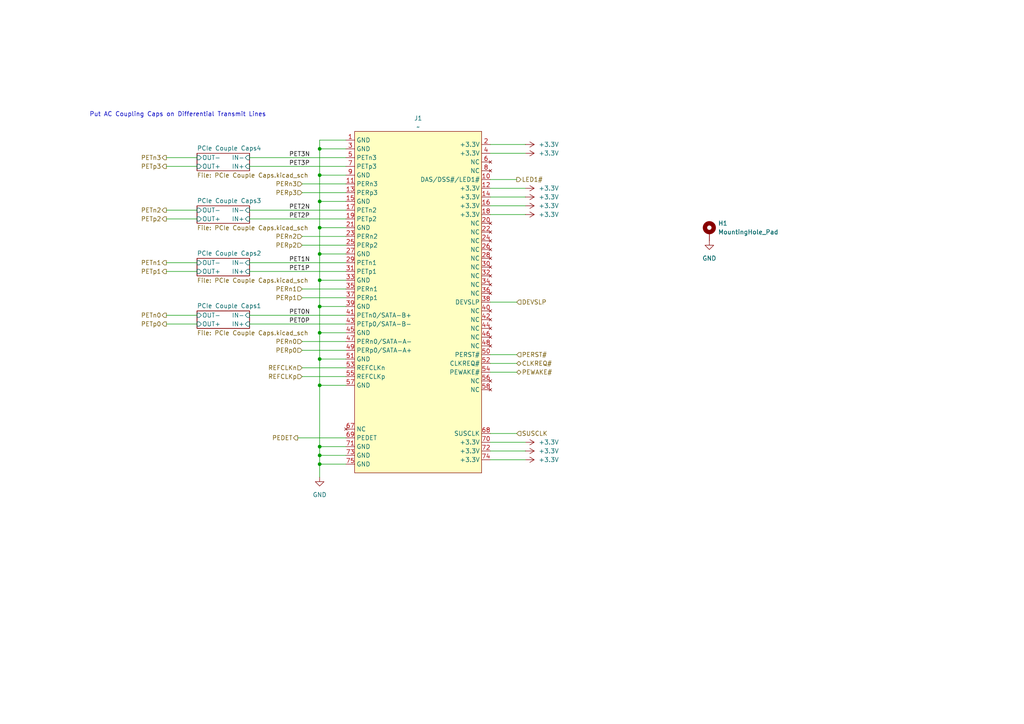
<source format=kicad_sch>
(kicad_sch (version 20250114) (generator "eeschema") (generator_version "9.0")
  (paper "A4")
  (lib_symbols
    (symbol "Mechanical:MountingHole_Pad" (pin_numbers (hide yes)) (pin_names (offset 1.016) (hide yes)) (in_bom no)
      (property "Reference" "H" (at 0 6.35 0))
      (property "Value" "MountingHole_Pad" (at 0 4.445 0))
      (symbol "MountingHole_Pad_0_1"
        (circle (center 0 1.27) (radius 1.27) (stroke (width 1.27)))
      )
      (symbol "MountingHole_Pad_1_1"
        (pin input line (at 0 -2.54 90) (length 2.54) (name "1") (number "1"))
      )
    )
    (symbol "PCIexpress:M.2_M_Key"
      (property "Reference" "J" (at 0 0 0))
      (symbol "M.2_M_Key_0_1"
        (rectangle (start -17.78 -5.08) (end 19.05 -104.14) (fill (type background)))
      )
      (symbol "M.2_M_Key_1_1"
        (pin power_in line (at -20.32 -7.62 0) (length 2.54) (name "GND") (number "1"))
        (pin power_in line (at -20.32 -10.16 0) (length 2.54) (name "GND") (number "3"))
        (pin output line (at -20.32 -12.7 0) (length 2.54) (name "PETn3") (number "5"))
        (pin output line (at -20.32 -15.24 0) (length 2.54) (name "PETp3") (number "7"))
        (pin power_in line (at -20.32 -17.78 0) (length 2.54) (name "GND") (number "9"))
        (pin input line (at -20.32 -20.32 0) (length 2.54) (name "PERn3") (number "11"))
        (pin input line (at -20.32 -22.86 0) (length 2.54) (name "PERp3") (number "13"))
        (pin power_in line (at -20.32 -25.4 0) (length 2.54) (name "GND") (number "15"))
        (pin output line (at -20.32 -27.94 0) (length 2.54) (name "PETn2") (number "17"))
        (pin output line (at -20.32 -30.48 0) (length 2.54) (name "PETp2") (number "19"))
        (pin power_in line (at -20.32 -33.02 0) (length 2.54) (name "GND") (number "21"))
        (pin input line (at -20.32 -35.56 0) (length 2.54) (name "PERn2") (number "23"))
        (pin input line (at -20.32 -38.1 0) (length 2.54) (name "PERp2") (number "25"))
        (pin power_in line (at -20.32 -40.64 0) (length 2.54) (name "GND") (number "27"))
        (pin output line (at -20.32 -43.18 0) (length 2.54) (name "PETn1") (number "29"))
        (pin output line (at -20.32 -45.72 0) (length 2.54) (name "PETp1") (number "31"))
        (pin power_in line (at -20.32 -48.26 0) (length 2.54) (name "GND") (number "33"))
        (pin input line (at -20.32 -50.8 0) (length 2.54) (name "PERn1") (number "35"))
        (pin input line (at -20.32 -53.34 0) (length 2.54) (name "PERp1") (number "37"))
        (pin power_in line (at -20.32 -55.88 0) (length 2.54) (name "GND") (number "39"))
        (pin output line (at -20.32 -58.42 0) (length 2.54) (name "PETn0/SATA-B+") (number "41"))
        (pin output line (at -20.32 -60.96 0) (length 2.54) (name "PETp0/SATA-B-") (number "43"))
        (pin power_in line (at -20.32 -63.5 0) (length 2.54) (name "GND") (number "45"))
        (pin input line (at -20.32 -66.04 0) (length 2.54) (name "PERn0/SATA-A-") (number "47"))
        (pin input line (at -20.32 -68.58 0) (length 2.54) (name "PERp0/SATA-A+") (number "49"))
        (pin power_in line (at -20.32 -71.12 0) (length 2.54) (name "GND") (number "51"))
        (pin input line (at -20.32 -73.66 0) (length 2.54) (name "REFCLKn") (number "53"))
        (pin input line (at -20.32 -76.2 0) (length 2.54) (name "REFCLKp") (number "55"))
        (pin power_in line (at -20.32 -78.74 0) (length 2.54) (name "GND") (number "57"))
        (pin no_connect line (at -20.32 -91.44 0) (length 2.54) (name "NC") (number "67"))
        (pin output line (at -20.32 -93.98 0) (length 2.54) (name "PEDET") (number "69"))
        (pin power_in line (at -20.32 -96.52 0) (length 2.54) (name "GND") (number "71"))
        (pin power_in line (at -20.32 -99.06 0) (length 2.54) (name "GND") (number "73"))
        (pin power_in line (at -20.32 -101.6 0) (length 2.54) (name "GND") (number "75"))
        (pin power_in line (at 21.59 -8.89 180) (length 2.54) (name "+3.3V") (number "2"))
        (pin power_in line (at 21.59 -11.43 180) (length 2.54) (name "+3.3V") (number "4"))
        (pin no_connect line (at 21.59 -13.97 180) (length 2.54) (name "NC") (number "6"))
        (pin no_connect line (at 21.59 -16.51 180) (length 2.54) (name "NC") (number "8"))
        (pin bidirectional line (at 21.59 -19.05 180) (length 2.54) (name "DAS/DSS#/LED1#") (number "10"))
        (pin power_in line (at 21.59 -21.59 180) (length 2.54) (name "+3.3V") (number "12"))
        (pin power_in line (at 21.59 -24.13 180) (length 2.54) (name "+3.3V") (number "14"))
        (pin power_in line (at 21.59 -26.67 180) (length 2.54) (name "+3.3V") (number "16"))
        (pin power_in line (at 21.59 -29.21 180) (length 2.54) (name "+3.3V") (number "18"))
        (pin no_connect line (at 21.59 -31.75 180) (length 2.54) (name "NC") (number "20"))
        (pin no_connect line (at 21.59 -34.29 180) (length 2.54) (name "NC") (number "22"))
        (pin no_connect line (at 21.59 -36.83 180) (length 2.54) (name "NC") (number "24"))
        (pin no_connect line (at 21.59 -39.37 180) (length 2.54) (name "NC") (number "26"))
        (pin no_connect line (at 21.59 -41.91 180) (length 2.54) (name "NC") (number "28"))
        (pin no_connect line (at 21.59 -44.45 180) (length 2.54) (name "NC") (number "30"))
        (pin no_connect line (at 21.59 -46.99 180) (length 2.54) (name "NC") (number "32"))
        (pin no_connect line (at 21.59 -49.53 180) (length 2.54) (name "NC") (number "34"))
        (pin no_connect line (at 21.59 -52.07 180) (length 2.54) (name "NC") (number "36"))
        (pin input line (at 21.59 -54.61 180) (length 2.54) (name "DEVSLP") (number "38"))
        (pin no_connect line (at 21.59 -57.15 180) (length 2.54) (name "NC") (number "40"))
        (pin no_connect line (at 21.59 -59.69 180) (length 2.54) (name "NC") (number "42"))
        (pin no_connect line (at 21.59 -62.23 180) (length 2.54) (name "NC") (number "44"))
        (pin no_connect line (at 21.59 -64.77 180) (length 2.54) (name "NC") (number "46"))
        (pin no_connect line (at 21.59 -67.31 180) (length 2.54) (name "NC") (number "48"))
        (pin input line (at 21.59 -69.85 180) (length 2.54) (name "PERST#") (number "50"))
        (pin bidirectional line (at 21.59 -72.39 180) (length 2.54) (name "CLKREQ#") (number "52"))
        (pin bidirectional line (at 21.59 -74.93 180) (length 2.54) (name "PEWAKE#") (number "54"))
        (pin no_connect line (at 21.59 -77.47 180) (length 2.54) (name "NC") (number "56"))
        (pin no_connect line (at 21.59 -80.01 180) (length 2.54) (name "NC") (number "58"))
        (pin input line (at 21.59 -92.71 180) (length 2.54) (name "SUSCLK") (number "68"))
        (pin power_in line (at 21.59 -95.25 180) (length 2.54) (name "+3.3V") (number "70"))
        (pin power_in line (at 21.59 -97.79 180) (length 2.54) (name "+3.3V") (number "72"))
        (pin power_in line (at 21.59 -100.33 180) (length 2.54) (name "+3.3V") (number "74"))
      )
    )
    (symbol "power:+3.3V" (power) (pin_numbers (hide yes)) (pin_names (offset 0) (hide yes))
      (property "Value" "+3.3V" (at 0 3.556 0))
      (symbol "+3.3V_0_1"
        (polyline (pts (xy -0.762 1.27) (xy 0 2.54)))
        (polyline (pts (xy 0 2.54) (xy 0.762 1.27)))
        (polyline (pts (xy 0 0) (xy 0 2.54)))
      )
      (symbol "+3.3V_1_1"
        (pin power_in line (at 0 0 90) (length 0) (name "~") (number "1"))
      )
    )
    (symbol "power:GND" (power) (pin_numbers (hide yes)) (pin_names (offset 0) (hide yes))
      (property "Value" "GND" (at 0 -3.81 0))
      (symbol "GND_0_1"
        (polyline (pts (xy 0 0) (xy 0 -1.27) (xy 1.27 -1.27) (xy 0 -2.54) (xy -1.27 -1.27) (xy 0 -1.27)))
      )
      (symbol "GND_1_1"
        (pin power_in line (at 0 0 270) (length 0) (name "~") (number "1"))
      )
    )
  )
  (text "Put AC Coupling Caps on Differential Transmit Lines" (at 51.562 33.274 0) (effects (font (size 1.27 1.27))))
  (junction (at 92.71 96.52))
  (junction (at 92.71 111.76))
  (junction (at 92.71 132.08))
  (junction (at 92.71 50.8))
  (junction (at 92.71 88.9))
  (junction (at 92.71 104.14))
  (junction (at 92.71 134.62))
  (junction (at 92.71 58.42))
  (junction (at 92.71 73.66))
  (junction (at 92.71 81.28))
  (junction (at 92.71 66.04))
  (junction (at 92.71 43.18))
  (junction (at 92.71 129.54))
  (wire (pts (xy 92.71 134.62) (xy 92.71 138.43)))
  (wire (pts (xy 100.33 66.04) (xy 92.71 66.04)))
  (wire (pts (xy 92.71 132.08) (xy 92.71 134.62)))
  (wire (pts (xy 142.24 87.63) (xy 149.86 87.63)))
  (wire (pts (xy 142.24 44.45) (xy 152.4 44.45)))
  (wire (pts (xy 92.71 66.04) (xy 92.71 73.66)))
  (wire (pts (xy 142.24 125.73) (xy 149.86 125.73)))
  (wire (pts (xy 92.71 111.76) (xy 92.71 129.54)))
  (wire (pts (xy 87.63 68.58) (xy 100.33 68.58)))
  (wire (pts (xy 72.39 93.98) (xy 100.33 93.98)))
  (wire (pts (xy 72.39 78.74) (xy 100.33 78.74)))
  (wire (pts (xy 100.33 81.28) (xy 92.71 81.28)))
  (wire (pts (xy 142.24 102.87) (xy 149.86 102.87)))
  (wire (pts (xy 72.39 63.5) (xy 100.33 63.5)))
  (wire (pts (xy 100.33 88.9) (xy 92.71 88.9)))
  (wire (pts (xy 72.39 76.2) (xy 100.33 76.2)))
  (wire (pts (xy 72.39 48.26) (xy 100.33 48.26)))
  (wire (pts (xy 142.24 57.15) (xy 152.4 57.15)))
  (wire (pts (xy 92.71 43.18) (xy 92.71 50.8)))
  (wire (pts (xy 87.63 71.12) (xy 100.33 71.12)))
  (wire (pts (xy 87.63 109.22) (xy 100.33 109.22)))
  (wire (pts (xy 142.24 105.41) (xy 149.86 105.41)))
  (wire (pts (xy 87.63 55.88) (xy 100.33 55.88)))
  (wire (pts (xy 87.63 106.68) (xy 100.33 106.68)))
  (wire (pts (xy 142.24 59.69) (xy 152.4 59.69)))
  (wire (pts (xy 142.24 41.91) (xy 152.4 41.91)))
  (wire (pts (xy 142.24 128.27) (xy 152.4 128.27)))
  (wire (pts (xy 92.71 96.52) (xy 92.71 104.14)))
  (wire (pts (xy 100.33 134.62) (xy 92.71 134.62)))
  (wire (pts (xy 87.63 53.34) (xy 100.33 53.34)))
  (wire (pts (xy 100.33 43.18) (xy 92.71 43.18)))
  (wire (pts (xy 48.26 48.26) (xy 57.15 48.26)))
  (wire (pts (xy 100.33 40.64) (xy 92.71 40.64)))
  (wire (pts (xy 87.63 83.82) (xy 100.33 83.82)))
  (wire (pts (xy 92.71 58.42) (xy 92.71 66.04)))
  (wire (pts (xy 48.26 91.44) (xy 57.15 91.44)))
  (wire (pts (xy 142.24 133.35) (xy 152.4 133.35)))
  (wire (pts (xy 72.39 60.96) (xy 100.33 60.96)))
  (wire (pts (xy 100.33 58.42) (xy 92.71 58.42)))
  (wire (pts (xy 92.71 88.9) (xy 92.71 96.52)))
  (wire (pts (xy 100.33 132.08) (xy 92.71 132.08)))
  (wire (pts (xy 92.71 73.66) (xy 92.71 81.28)))
  (wire (pts (xy 142.24 54.61) (xy 152.4 54.61)))
  (wire (pts (xy 72.39 91.44) (xy 100.33 91.44)))
  (wire (pts (xy 142.24 107.95) (xy 149.86 107.95)))
  (wire (pts (xy 92.71 81.28) (xy 92.71 88.9)))
  (wire (pts (xy 48.26 76.2) (xy 57.15 76.2)))
  (wire (pts (xy 92.71 50.8) (xy 92.71 58.42)))
  (wire (pts (xy 142.24 130.81) (xy 152.4 130.81)))
  (wire (pts (xy 48.26 78.74) (xy 57.15 78.74)))
  (wire (pts (xy 92.71 104.14) (xy 92.71 111.76)))
  (wire (pts (xy 87.63 86.36) (xy 100.33 86.36)))
  (wire (pts (xy 142.24 52.07) (xy 149.86 52.07)))
  (wire (pts (xy 48.26 93.98) (xy 57.15 93.98)))
  (wire (pts (xy 100.33 96.52) (xy 92.71 96.52)))
  (wire (pts (xy 72.39 45.72) (xy 100.33 45.72)))
  (wire (pts (xy 48.26 45.72) (xy 57.15 45.72)))
  (wire (pts (xy 87.63 101.6) (xy 100.33 101.6)))
  (wire (pts (xy 92.71 40.64) (xy 92.71 43.18)))
  (wire (pts (xy 142.24 62.23) (xy 152.4 62.23)))
  (wire (pts (xy 100.33 129.54) (xy 92.71 129.54)))
  (wire (pts (xy 100.33 50.8) (xy 92.71 50.8)))
  (wire (pts (xy 100.33 73.66) (xy 92.71 73.66)))
  (wire (pts (xy 92.71 129.54) (xy 92.71 132.08)))
  (wire (pts (xy 48.26 63.5) (xy 57.15 63.5)))
  (wire (pts (xy 100.33 104.14) (xy 92.71 104.14)))
  (wire (pts (xy 87.63 99.06) (xy 100.33 99.06)))
  (wire (pts (xy 86.36 127) (xy 100.33 127)))
  (wire (pts (xy 100.33 111.76) (xy 92.71 111.76)))
  (wire (pts (xy 48.26 60.96) (xy 57.15 60.96)))
  (label "PET2P" (at 83.82 63.5 0))
  (label "PET3N" (at 83.82 45.72 0))
  (label "PET0N" (at 83.82 91.44 0))
  (label "PET1N" (at 83.82 76.2 0))
  (label "PET1P" (at 83.82 78.74 0))
  (label "PET0P" (at 83.82 93.98 0))
  (label "PET2N" (at 83.82 60.96 0))
  (label "PET3P" (at 83.82 48.26 0))
  (hierarchical_label "PETp3" (shape output) (at 48.26 48.26 180))
  (hierarchical_label "PEWAKE#" (shape bidirectional) (at 149.86 107.95 0))
  (hierarchical_label "PERn3" (shape input) (at 87.63 53.34 180))
  (hierarchical_label "PETn0" (shape output) (at 48.26 91.44 180))
  (hierarchical_label "PERn0" (shape input) (at 87.63 99.06 180))
  (hierarchical_label "PERp1" (shape input) (at 87.63 86.36 180))
  (hierarchical_label "REFCLKp" (shape input) (at 87.63 109.22 180))
  (hierarchical_label "PETp2" (shape output) (at 48.26 63.5 180))
  (hierarchical_label "PETp1" (shape output) (at 48.26 78.74 180))
  (hierarchical_label "PETp0" (shape output) (at 48.26 93.98 180))
  (hierarchical_label "PETn3" (shape output) (at 48.26 45.72 180))
  (hierarchical_label "PERp2" (shape input) (at 87.63 71.12 180))
  (hierarchical_label "PERn1" (shape input) (at 87.63 83.82 180))
  (hierarchical_label "PEDET" (shape output) (at 86.36 127 180))
  (hierarchical_label "DEVSLP" (shape input) (at 149.86 87.63 0))
  (hierarchical_label "PERp0" (shape input) (at 87.63 101.6 180))
  (hierarchical_label "SUSCLK" (shape input) (at 149.86 125.73 0))
  (hierarchical_label "PERp3" (shape input) (at 87.63 55.88 180))
  (hierarchical_label "LED1#" (shape output) (at 149.86 52.07 0))
  (hierarchical_label "PERn2" (shape input) (at 87.63 68.58 180))
  (hierarchical_label "PERST#" (shape input) (at 149.86 102.87 0))
  (hierarchical_label "PETn2" (shape output) (at 48.26 60.96 180))
  (hierarchical_label "PETn1" (shape output) (at 48.26 76.2 180))
  (hierarchical_label "CLKREQ#" (shape bidirectional) (at 149.86 105.41 0))
  (hierarchical_label "REFCLKn" (shape input) (at 87.63 106.68 180))
  (symbol (lib_id "power:+3.3V") (at 152.4 128.27 270) (unit 1)
    (property "Reference" "#PWR08" (effects (hide yes)))
    (property "Value" "+3.3V" (at 156.21 128.2699 90) (effects (justify left)))
    (property "Description" "Power symbol creates a global label with name \"+3.3V\"" (effects (hide yes)))
  )
  (symbol (lib_id "power:+3.3V") (at 152.4 54.61 270) (unit 1)
    (property "Reference" "#PWR04" (effects (hide yes)))
    (property "Value" "+3.3V" (at 156.21 54.6099 90) (effects (justify left)))
    (property "Description" "Power symbol creates a global label with name \"+3.3V\"" (effects (hide yes)))
  )
  (symbol (lib_id "power:+3.3V") (at 152.4 130.81 270) (unit 1)
    (property "Reference" "#PWR09" (effects (hide yes)))
    (property "Value" "+3.3V" (at 156.21 130.8099 90) (effects (justify left)))
    (property "Description" "Power symbol creates a global label with name \"+3.3V\"" (effects (hide yes)))
  )
  (symbol (lib_id "power:GND") (at 205.74 69.85 0) (unit 1)
    (property "Reference" "#PWR011" (effects (hide yes)))
    (property "Value" "GND" (at 205.74 74.93 0))
    (property "Description" "Power symbol creates a global label with name \"GND\" , ground" (effects (hide yes)))
  )
  (symbol (lib_id "power:+3.3V") (at 152.4 57.15 270) (unit 1)
    (property "Reference" "#PWR05" (effects (hide yes)))
    (property "Value" "+3.3V" (at 156.21 57.1499 90) (effects (justify left)))
    (property "Description" "Power symbol creates a global label with name \"+3.3V\"" (effects (hide yes)))
  )
  (symbol (lib_id "Mechanical:MountingHole_Pad") (at 205.74 67.31 0) (unit 1) (in_bom no)
    (property "Reference" "H1" (at 208.28 64.7699 0) (effects (justify left)))
    (property "Value" "MountingHole_Pad" (at 208.28 67.3099 0) (effects (justify left)))
    (property "Footprint" "PCIexpress:M.2 Mounting Pad" (effects (hide yes)))
    (property "Description" "Mounting Hole with connection" (effects (hide yes)))
  )
  (symbol (lib_id "power:+3.3V") (at 152.4 59.69 270) (unit 1)
    (property "Reference" "#PWR06" (effects (hide yes)))
    (property "Value" "+3.3V" (at 156.21 59.6899 90) (effects (justify left)))
    (property "Description" "Power symbol creates a global label with name \"+3.3V\"" (effects (hide yes)))
  )
  (symbol (lib_id "power:+3.3V") (at 152.4 133.35 270) (unit 1)
    (property "Reference" "#PWR010" (effects (hide yes)))
    (property "Value" "+3.3V" (at 156.21 133.3499 90) (effects (justify left)))
    (property "Description" "Power symbol creates a global label with name \"+3.3V\"" (effects (hide yes)))
  )
  (symbol (lib_id "PCIexpress:M.2_M_Key") (at 120.65 33.02 0) (unit 1)
    (property "Reference" "J1" (at 121.285 34.29 0))
    (property "Value" "~" (at 121.285 36.83 0))
    (property "Footprint" "PCIexpress:M.2 M Key Connector" (effects (hide yes)))
    (property "Note" "Check PCIe M.2 Specification for Pin Alt mode functions. Check your socket pinout for pin functions." (effects (hide yes)))
  )
  (symbol (lib_id "power:+3.3V") (at 152.4 62.23 270) (unit 1)
    (property "Reference" "#PWR07" (effects (hide yes)))
    (property "Value" "+3.3V" (at 156.21 62.2299 90) (effects (justify left)))
    (property "Description" "Power symbol creates a global label with name \"+3.3V\"" (effects (hide yes)))
  )
  (symbol (lib_id "power:+3.3V") (at 152.4 41.91 270) (unit 1)
    (property "Reference" "#PWR02" (effects (hide yes)))
    (property "Value" "+3.3V" (at 156.21 41.9099 90) (effects (justify left)))
    (property "Description" "Power symbol creates a global label with name \"+3.3V\"" (effects (hide yes)))
  )
  (symbol (lib_id "power:GND") (at 92.71 138.43 0) (unit 1)
    (property "Reference" "#PWR01" (effects (hide yes)))
    (property "Value" "GND" (at 92.71 143.51 0))
    (property "Description" "Power symbol creates a global label with name \"GND\" , ground" (effects (hide yes)))
  )
  (symbol (lib_id "power:+3.3V") (at 152.4 44.45 270) (unit 1)
    (property "Reference" "#PWR03" (effects (hide yes)))
    (property "Value" "+3.3V" (at 156.21 44.4499 90) (effects (justify left)))
    (property "Description" "Power symbol creates a global label with name \"+3.3V\"" (effects (hide yes)))
  )
  (sheet (at 57.15 59.69) (size 15.24 5.08) (stroke (width 0.1524))
    (property "Sheetname" "PCIe Couple Caps3" (at 57.15 58.9784 0) (effects (justify left bottom)))
    (property "Sheetfile" "PCIe Couple Caps.kicad_sch" (at 57.15 65.3546 0) (effects (justify left top)))
    (pin "OUT-" input (at 57.15 60.96 180))
    (pin "IN+" input (at 72.39 63.5 0))
    (pin "OUT+" input (at 57.15 63.5 180))
    (pin "IN-" input (at 72.39 60.96 0))
  )
  (sheet (at 57.15 90.17) (size 15.24 5.08) (stroke (width 0.1524))
    (property "Sheetname" "PCIe Couple Caps1" (at 57.15 89.4584 0) (effects (justify left bottom)))
    (property "Sheetfile" "PCIe Couple Caps.kicad_sch" (at 57.15 95.8346 0) (effects (justify left top)))
    (pin "OUT-" input (at 57.15 91.44 180))
    (pin "IN+" input (at 72.39 93.98 0))
    (pin "OUT+" input (at 57.15 93.98 180))
    (pin "IN-" input (at 72.39 91.44 0))
  )
  (sheet (at 57.15 44.45) (size 15.24 5.08) (stroke (width 0.1524))
    (property "Sheetname" "PCIe Couple Caps4" (at 57.15 43.7384 0) (effects (justify left bottom)))
    (property "Sheetfile" "PCIe Couple Caps.kicad_sch" (at 57.15 50.1146 0) (effects (justify left top)))
    (pin "OUT-" input (at 57.15 45.72 180))
    (pin "IN+" input (at 72.39 48.26 0))
    (pin "OUT+" input (at 57.15 48.26 180))
    (pin "IN-" input (at 72.39 45.72 0))
  )
  (sheet (at 57.15 74.93) (size 15.24 5.08) (stroke (width 0.1524))
    (property "Sheetname" "PCIe Couple Caps2" (at 57.15 74.2184 0) (effects (justify left bottom)))
    (property "Sheetfile" "PCIe Couple Caps.kicad_sch" (at 57.15 80.5946 0) (effects (justify left top)))
    (pin "OUT-" input (at 57.15 76.2 180))
    (pin "IN+" input (at 72.39 78.74 0))
    (pin "OUT+" input (at 57.15 78.74 180))
    (pin "IN-" input (at 72.39 76.2 0))
  )
)
</source>
